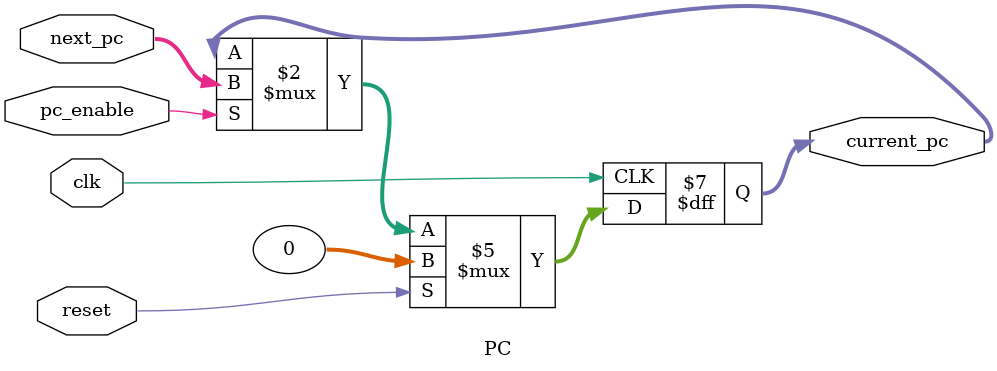
<source format=v>
module PC #(parameter data_width = 32) ( 
    input reset, 
	input clk,
    input pc_enable,
    input [data_width - 1 : 0] next_pc,
       	output reg [data_width - 1: 0] current_pc);

always @(posedge clk) begin
    if(reset) current_pc <= 0;
    else if(pc_enable) current_pc <= next_pc; //update when posedge
end

endmodule

</source>
